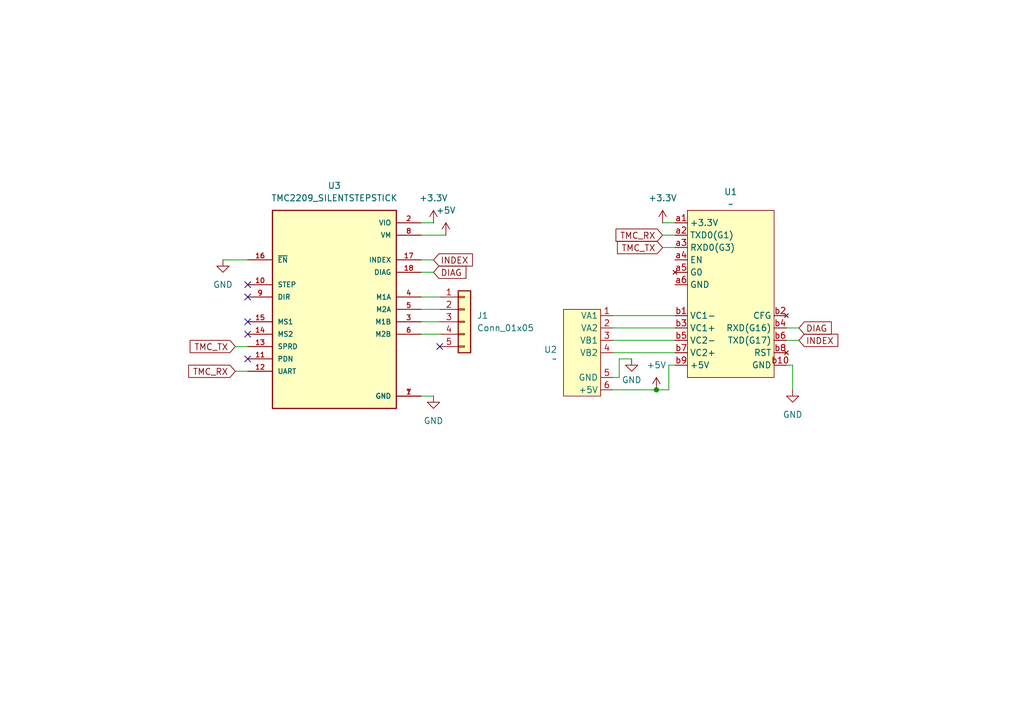
<source format=kicad_sch>
(kicad_sch (version 20231120) (generator "eeschema") (generator_version "8.0")
  (paper "A5")
  (title_block (title "POE Roller blind controller"))
  (lib_symbols
    (symbol "Connector_Generic:Conn_01x05" (pin_names (offset 1.016) hide)
      (property "Reference" "J" (at 0 7.62 0))
      (property "Value" "Conn_01x05" (at 0 -7.62 0))
      (symbol "Conn_01x05_1_1"
        (rectangle (start -1.27 -4.953) (end 0 -5.207) (stroke (width 0.1524)))
        (rectangle (start -1.27 -2.413) (end 0 -2.667) (stroke (width 0.1524)))
        (rectangle (start -1.27 0.127) (end 0 -0.127) (stroke (width 0.1524)))
        (rectangle (start -1.27 2.667) (end 0 2.413) (stroke (width 0.1524)))
        (rectangle (start -1.27 5.207) (end 0 4.953) (stroke (width 0.1524)))
        (rectangle (start -1.27 6.35) (end 1.27 -6.35) (stroke (width 0.254)) (fill (type background)))
        (pin passive line (at -5.08 5.08 0) (length 3.81) (name "Pin_1") (number "1"))
        (pin passive line (at -5.08 2.54 0) (length 3.81) (name "Pin_2") (number "2"))
        (pin passive line (at -5.08 0 0) (length 3.81) (name "Pin_3") (number "3"))
        (pin passive line (at -5.08 -2.54 0) (length 3.81) (name "Pin_4") (number "4"))
        (pin passive line (at -5.08 -5.08 0) (length 3.81) (name "Pin_5") (number "5"))
      )
    )
    (symbol "M5Stack_POE:M5Stack_POE_base"
      (property "Reference" "U" (at -0.254 19.05 0))
      (symbol "M5Stack_POE_base_0_1"
        (rectangle (start -8.89 17.78) (end 8.89 -16.51) (fill (type background)))
      )
      (symbol "M5Stack_POE_base_1_1"
        (pin power_out line (at -11.43 15.24 0) (length 2.54) (name "+3.3V") (number "a1"))
        (pin output line (at -11.43 12.7 0) (length 2.54) (name "TXD0(G1)") (number "a2"))
        (pin input line (at -11.43 10.16 0) (length 2.54) (name "RXD0(G3)") (number "a3"))
        (pin input line (at -11.43 7.62 0) (length 2.54) (name "EN") (number "a4"))
        (pin no_connect line (at -11.43 5.08 0) (length 2.54) (name "G0") (number "a5"))
        (pin power_out line (at -11.43 2.54 0) (length 2.54) (name "GND") (number "a6"))
        (pin power_out line (at -11.43 -3.81 0) (length 2.54) (name "VC1-") (number "b1"))
        (pin power_out line (at 11.43 -13.97 180) (length 2.54) (name "GND") (number "b10"))
        (pin no_connect line (at 11.43 -3.81 180) (length 2.54) (name "CFG") (number "b2"))
        (pin power_out line (at -11.43 -6.35 0) (length 2.54) (name "VC1+") (number "b3"))
        (pin input line (at 11.43 -6.35 180) (length 2.54) (name "RXD(G16)") (number "b4"))
        (pin power_out line (at -11.43 -8.89 0) (length 2.54) (name "VC2-") (number "b5"))
        (pin output line (at 11.43 -8.89 180) (length 2.54) (name "TXD(G17)") (number "b6"))
        (pin power_out line (at -11.43 -11.43 0) (length 2.54) (name "VC2+") (number "b7"))
        (pin no_connect line (at 11.43 -11.43 180) (length 2.54) (name "RST") (number "b8"))
        (pin power_in line (at -11.43 -13.97 0) (length 2.54) (name "+5V") (number "b9"))
      )
    )
    (symbol "M5Stack_POE:M5Stack_POE_module"
      (property "Reference" "U" (at 0 1.778 0))
      (symbol "M5Stack_POE_module_0_1"
        (rectangle (start -3.81 0) (end 3.81 -17.78) (fill (type background)))
      )
      (symbol "M5Stack_POE_module_1_1"
        (pin power_in line (at -6.35 -1.27 0) (length 2.54) (name "VA1") (number "1"))
        (pin power_in line (at -6.35 -3.81 0) (length 2.54) (name "VA2") (number "2"))
        (pin power_in line (at -6.35 -6.35 0) (length 2.54) (name "VB1") (number "3"))
        (pin power_in line (at -6.35 -8.89 0) (length 2.54) (name "VB2") (number "4"))
        (pin power_out line (at -6.35 -13.97 0) (length 2.54) (name "GND") (number "5"))
        (pin power_out line (at -6.35 -16.51 0) (length 2.54) (name "+5V") (number "6"))
      )
    )
    (symbol "TMC2209_SILENTSTEPSTICK:TMC2209_SILENTSTEPSTICK" (pin_names (offset 1.016))
      (property "Reference" "U" (at -12.7 22.86 0))
      (property "Value" "TMC2209_SILENTSTEPSTICK" (at -12.7 -22.86 0))
      (symbol "TMC2209_SILENTSTEPSTICK_0_0"
        (rectangle (start -12.7 -20.32) (end 12.7 20.32) (stroke (width 0.254)) (fill (type background)))
        (pin power_in line (at 17.78 -17.78 180) (length 5.08) (name "GND") (number "1"))
        (pin input line (at -17.78 5.08 0) (length 5.08) (name "STEP") (number "10"))
        (pin bidirectional line (at -17.78 -10.16 0) (length 5.08) (name "PDN") (number "11"))
        (pin bidirectional line (at -17.78 -12.7 0) (length 5.08) (name "UART") (number "12"))
        (pin input line (at -17.78 -7.62 0) (length 5.08) (name "SPRD") (number "13"))
        (pin input line (at -17.78 -5.08 0) (length 5.08) (name "MS2") (number "14"))
        (pin input line (at -17.78 -2.54 0) (length 5.08) (name "MS1") (number "15"))
        (pin input line (at -17.78 10.16 0) (length 5.08) (name "~{EN}") (number "16"))
        (pin output line (at 17.78 10.16 180) (length 5.08) (name "INDEX") (number "17"))
        (pin output line (at 17.78 7.62 180) (length 5.08) (name "DIAG") (number "18"))
        (pin power_in line (at 17.78 17.78 180) (length 5.08) (name "VIO") (number "2"))
        (pin output line (at 17.78 -2.54 180) (length 5.08) (name "M1B") (number "3"))
        (pin output line (at 17.78 2.54 180) (length 5.08) (name "M1A") (number "4"))
        (pin output line (at 17.78 0 180) (length 5.08) (name "M2A") (number "5"))
        (pin output line (at 17.78 -5.08 180) (length 5.08) (name "M2B") (number "6"))
        (pin power_in line (at 17.78 -17.78 180) (length 5.08) (name "GND") (number "7"))
        (pin power_in line (at 17.78 15.24 180) (length 5.08) (name "VM") (number "8"))
        (pin input line (at -17.78 2.54 0) (length 5.08) (name "DIR") (number "9"))
      )
    )
    (symbol "power:+3.3V" (power) (pin_numbers hide) (pin_names (offset 0) hide)
      (property "Value" "+3.3V" (at 0 3.556 0))
      (symbol "+3.3V_0_1"
        (polyline (pts (xy -0.762 1.27) (xy 0 2.54)))
        (polyline (pts (xy 0 0) (xy 0 2.54)))
        (polyline (pts (xy 0 2.54) (xy 0.762 1.27)))
      )
      (symbol "+3.3V_1_1"
        (pin power_in line (at 0 0 90) (length 0) (name "~") (number "1"))
      )
    )
    (symbol "power:+5V" (power) (pin_numbers hide) (pin_names (offset 0) hide)
      (property "Value" "+5V" (at 0 3.556 0))
      (symbol "+5V_0_1"
        (polyline (pts (xy -0.762 1.27) (xy 0 2.54)))
        (polyline (pts (xy 0 0) (xy 0 2.54)))
        (polyline (pts (xy 0 2.54) (xy 0.762 1.27)))
      )
      (symbol "+5V_1_1"
        (pin power_in line (at 0 0 90) (length 0) (name "~") (number "1"))
      )
    )
    (symbol "power:GND" (power) (pin_numbers hide) (pin_names (offset 0) hide)
      (property "Value" "GND" (at 0 -3.81 0))
      (symbol "GND_0_1"
        (polyline (pts (xy 0 0) (xy 0 -1.27) (xy 1.27 -1.27) (xy 0 -2.54) (xy -1.27 -1.27) (xy 0 -1.27)))
      )
      (symbol "GND_1_1"
        (pin power_in line (at 0 0 270) (length 0) (name "~") (number "1"))
      )
    )
  )
  (junction (at 134.62 80.01))
  (no_connect (at 50.8 73.66))
  (no_connect (at 50.8 60.96))
  (no_connect (at 90.17 71.12))
  (no_connect (at 50.8 66.04))
  (no_connect (at 50.8 58.42))
  (no_connect (at 50.8 68.58))
  (wire (pts (xy 86.36 63.5) (xy 90.17 63.5)))
  (wire (pts (xy 162.56 74.93) (xy 161.29 74.93)))
  (wire (pts (xy 137.16 74.93) (xy 137.16 80.01)))
  (wire (pts (xy 88.9 45.72) (xy 86.36 45.72)))
  (wire (pts (xy 48.26 76.2) (xy 50.8 76.2)))
  (wire (pts (xy 125.73 64.77) (xy 138.43 64.77)))
  (wire (pts (xy 163.83 69.85) (xy 161.29 69.85)))
  (wire (pts (xy 137.16 80.01) (xy 134.62 80.01)))
  (wire (pts (xy 86.36 68.58) (xy 90.17 68.58)))
  (wire (pts (xy 88.9 53.34) (xy 86.36 53.34)))
  (wire (pts (xy 135.89 48.26) (xy 138.43 48.26)))
  (wire (pts (xy 48.26 71.12) (xy 50.8 71.12)))
  (wire (pts (xy 162.56 80.01) (xy 162.56 74.93)))
  (wire (pts (xy 86.36 66.04) (xy 90.17 66.04)))
  (wire (pts (xy 88.9 81.28) (xy 86.36 81.28)))
  (wire (pts (xy 138.43 50.8) (xy 135.89 50.8)))
  (wire (pts (xy 88.9 55.88) (xy 86.36 55.88)))
  (wire (pts (xy 163.83 67.31) (xy 161.29 67.31)))
  (wire (pts (xy 127 77.47) (xy 125.73 77.47)))
  (wire (pts (xy 91.44 48.26) (xy 86.36 48.26)))
  (wire (pts (xy 45.72 53.34) (xy 50.8 53.34)))
  (wire (pts (xy 137.16 74.93) (xy 138.43 74.93)))
  (wire (pts (xy 125.73 69.85) (xy 138.43 69.85)))
  (wire (pts (xy 125.73 72.39) (xy 138.43 72.39)))
  (wire (pts (xy 125.73 67.31) (xy 138.43 67.31)))
  (wire (pts (xy 129.54 73.66) (xy 127 73.66)))
  (wire (pts (xy 127 73.66) (xy 127 77.47)))
  (wire (pts (xy 135.89 45.72) (xy 138.43 45.72)))
  (wire (pts (xy 134.62 80.01) (xy 125.73 80.01)))
  (wire (pts (xy 86.36 60.96) (xy 90.17 60.96)))
  (global_label "INDEX" (shape input) (at 163.83 69.85 0) (property "Intersheetrefs" "${INTERSHEET_REFS}" (effects (hide yes))))
  (global_label "DIAG" (shape input) (at 163.83 67.31 0) (property "Intersheetrefs" "${INTERSHEET_REFS}" (effects (hide yes))))
  (global_label "TMC_TX" (shape input) (at 48.26 71.12 180) (property "Intersheetrefs" "${INTERSHEET_REFS}" (effects (hide yes))))
  (global_label "DIAG" (shape input) (at 88.9 55.88 0) (property "Intersheetrefs" "${INTERSHEET_REFS}" (effects (hide yes))))
  (global_label "INDEX" (shape input) (at 88.9 53.34 0) (property "Intersheetrefs" "${INTERSHEET_REFS}" (effects (hide yes))))
  (global_label "TMC_RX" (shape input) (at 48.26 76.2 180) (property "Intersheetrefs" "${INTERSHEET_REFS}" (effects (hide yes))))
  (global_label "TMC_RX" (shape input) (at 135.89 48.26 180) (property "Intersheetrefs" "${INTERSHEET_REFS}" (effects (hide yes))))
  (global_label "TMC_TX" (shape input) (at 135.89 50.8 180) (property "Intersheetrefs" "${INTERSHEET_REFS}" (effects (hide yes))))
  (symbol (lib_id "M5Stack_POE:M5Stack_POE_base") (at 149.86 60.96 0) (unit 1)
    (property "Reference" "U1" (at 149.86 39.37 0))
    (property "Value" "~" (at 149.86 41.91 0))
    (property "Footprint" "M5Stack_POE:M5Stack_POE_base" (effects (hide yes)))
  )
  (symbol (lib_id "power:+5V") (at 91.44 48.26 0) (unit 1)
    (property "Reference" "#PWR07" (effects (hide yes)))
    (property "Value" "+5V" (at 91.44 43.18 0))
    (property "Description" "Power symbol creates a global label with name \"+5V\"" (effects (hide yes)))
  )
  (symbol (lib_id "TMC2209_SILENTSTEPSTICK:TMC2209_SILENTSTEPSTICK") (at 68.58 63.5 0) (unit 1)
    (property "Reference" "U3" (at 68.58 38.1 0))
    (property "Value" "TMC2209_SILENTSTEPSTICK" (at 68.58 40.64 0))
    (property "Footprint" "TMC2209_SILENTSTEPSTICK:MODULE_TMC2209_SILENTSTEPSTICK" (effects (hide yes)))
    (property "MF" "Trinamic Motion Control GmbH" (effects (hide yes)))
    (property "Description_1" "\n                        \n                            TMC2209 Motor Controller/Driver Power Management Evaluation Board\n                        \n" (effects (hide yes)))
    (property "Package" "None" (effects (hide yes)))
    (property "Price" "None" (effects (hide yes)))
    (property "Check_prices" "https://www.snapeda.com/parts/TMC2209%20SILENTSTEPSTICK/Trinamic/view-part/?ref=eda" (effects (hide yes)))
    (property "STANDARD" "Manufacturer Recommendations" (effects (hide yes)))
    (property "PARTREV" "1.20" (effects (hide yes)))
    (property "SnapEDA_Link" "https://www.snapeda.com/parts/TMC2209%20SILENTSTEPSTICK/Trinamic/view-part/?ref=snap" (effects (hide yes)))
    (property "MP" "TMC2209 SILENTSTEPSTICK" (effects (hide yes)))
    (property "MANUFACTURER" "Trinamic Motion Control GmbH" (effects (hide yes)))
    (property "Availability" "Not in stock" (effects (hide yes)))
    (property "SNAPEDA_PN" "TMC2209 SILENTSTEPSTICK" (effects (hide yes)))
  )
  (symbol (lib_id "power:+3.3V") (at 135.89 45.72 0) (unit 1)
    (property "Reference" "#PWR03" (effects (hide yes)))
    (property "Value" "+3.3V" (at 135.89 40.64 0))
    (property "Description" "Power symbol creates a global label with name \"+3.3V\"" (effects (hide yes)))
  )
  (symbol (lib_id "power:+3.3V") (at 88.9 45.72 0) (unit 1)
    (property "Reference" "#PWR05" (effects (hide yes)))
    (property "Value" "+3.3V" (at 88.9 40.64 0))
    (property "Description" "Power symbol creates a global label with name \"+3.3V\"" (effects (hide yes)))
  )
  (symbol (lib_id "power:GND") (at 88.9 81.28 0) (unit 1)
    (property "Reference" "#PWR04" (effects (hide yes)))
    (property "Value" "GND" (at 88.9 86.36 0))
    (property "Description" "Power symbol creates a global label with name \"GND\" , ground" (effects (hide yes)))
  )
  (symbol (lib_id "power:GND") (at 129.54 73.66 0) (unit 1)
    (property "Reference" "#PWR01" (effects (hide yes)))
    (property "Value" "GND" (at 129.54 77.978 0))
    (property "Description" "Power symbol creates a global label with name \"GND\" , ground" (effects (hide yes)))
  )
  (symbol (lib_id "power:+5V") (at 134.62 80.01 0) (unit 1)
    (property "Reference" "#PWR06" (effects (hide yes)))
    (property "Value" "+5V" (at 134.62 74.93 0))
    (property "Description" "Power symbol creates a global label with name \"+5V\"" (effects (hide yes)))
  )
  (symbol (lib_id "power:GND") (at 162.56 80.01 0) (unit 1)
    (property "Reference" "#PWR02" (effects (hide yes)))
    (property "Value" "GND" (at 162.56 85.09 0))
    (property "Description" "Power symbol creates a global label with name \"GND\" , ground" (effects (hide yes)))
  )
  (symbol (lib_id "power:GND") (at 45.72 53.34 0) (unit 1)
    (property "Reference" "#PWR08" (effects (hide yes)))
    (property "Value" "GND" (at 45.72 58.42 0))
    (property "Description" "Power symbol creates a global label with name \"GND\" , ground" (effects (hide yes)))
  )
  (symbol (lib_id "Connector_Generic:Conn_01x05") (at 95.25 66.04 0) (unit 1)
    (property "Reference" "J1" (at 97.79 64.7699 0) (effects (justify left)))
    (property "Value" "Conn_01x05" (at 97.79 67.3099 0) (effects (justify left)))
    (property "Footprint" "Connector_JST:JST_XH_B5B-XH-A_1x05_P2.50mm_Vertical" (effects (hide yes)))
    (property "Description" "Generic connector, single row, 01x05, script generated (kicad-library-utils/schlib/autogen/connector/)" (effects (hide yes)))
  )
  (symbol (lib_id "M5Stack_POE:M5Stack_POE_module") (at 119.38 63.5 0) (mirror y) (unit 1)
    (property "Reference" "U2" (at 114.3 71.7549 0) (effects (justify left)))
    (property "Value" "~" (at 114.3 73.66 0) (effects (justify left)))
    (property "Footprint" "M5Stack_POE:M5Stack_POE_module" (effects (hide yes)))
  )
)
</source>
